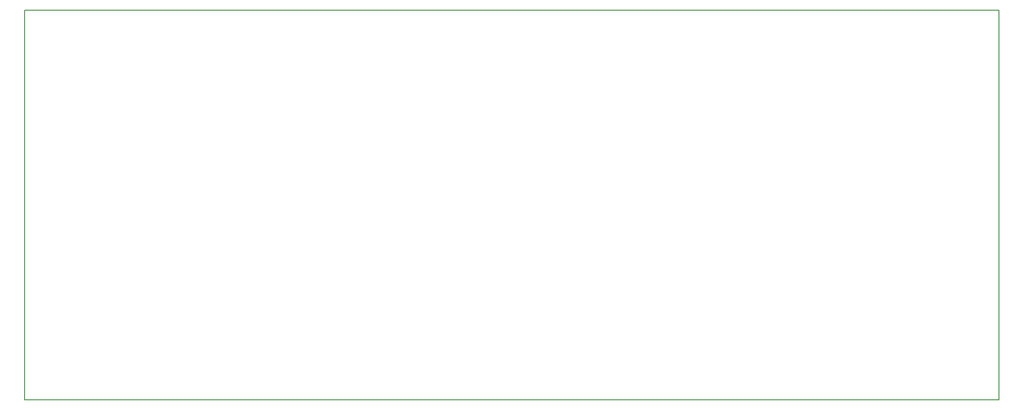
<source format=gm1>
G04 #@! TF.FileFunction,Profile,NP*
%FSLAX46Y46*%
G04 Gerber Fmt 4.6, Leading zero omitted, Abs format (unit mm)*
G04 Created by KiCad (PCBNEW 4.0.6-e0-6349~53~ubuntu14.04.1) date Thu Jul  6 11:00:55 2017*
%MOMM*%
%LPD*%
G01*
G04 APERTURE LIST*
%ADD10C,0.100000*%
%ADD11C,0.150000*%
G04 APERTURE END LIST*
D10*
D11*
X55880000Y-134620000D02*
X55880000Y-63500000D01*
X233680000Y-134620000D02*
X55880000Y-134620000D01*
X233680000Y-63500000D02*
X233680000Y-134620000D01*
X55880000Y-63500000D02*
X233680000Y-63500000D01*
M02*

</source>
